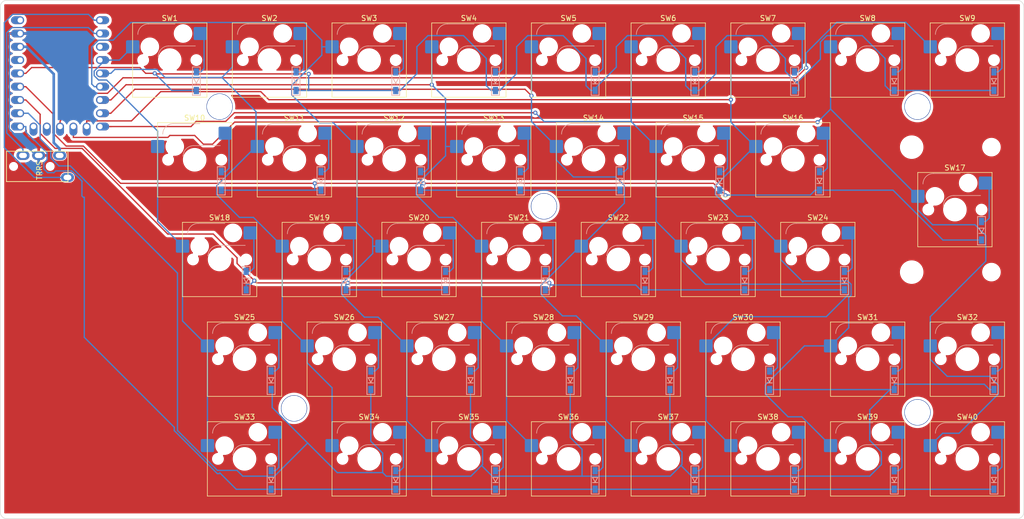
<source format=kicad_pcb>
(kicad_pcb (version 20221018) (generator pcbnew)
  (layers (0 "F.Cu" signal) (31 "B.Cu" signal) (34 "B.Paste" user) (35 "F.Paste" user) (36 "B.SilkS" user "B.Silkscreen") (37 "F.SilkS" user "F.Silkscreen") (38 "B.Mask" user) (39 "F.Mask" user) (44 "Edge.Cuts" user))
  (net 0 "")
  (net 1 "row0")
  (net 2 "Net-(D1-A)")
  (net 3 "Net-(D2-A)")
  (net 4 "Net-(D3-A)")
  (net 5 "Net-(D4-A)")
  (net 6 "Net-(D5-A)")
  (net 7 "Net-(D6-A)")
  (net 8 "Net-(D7-A)")
  (net 9 "Net-(D8-A)")
  (net 10 "Net-(D9-A)")
  (net 11 "row1")
  (net 12 "Net-(D10-A)")
  (net 13 "Net-(D11-A)")
  (net 14 "Net-(D12-A)")
  (net 15 "Net-(D13-A)")
  (net 16 "Net-(D14-A)")
  (net 17 "Net-(D15-A)")
  (net 18 "Net-(D16-A)")
  (net 19 "Net-(D17-A)")
  (net 20 "row2")
  (net 21 "Net-(D18-A)")
  (net 22 "Net-(D19-A)")
  (net 23 "Net-(D20-A)")
  (net 24 "Net-(D21-A)")
  (net 25 "Net-(D22-A)")
  (net 26 "Net-(D23-A)")
  (net 27 "Net-(D24-A)")
  (net 28 "Net-(D25-A)")
  (net 29 "row3")
  (net 30 "Net-(D26-A)")
  (net 31 "Net-(D27-A)")
  (net 32 "Net-(D28-A)")
  (net 33 "Net-(D29-A)")
  (net 34 "Net-(D30-A)")
  (net 35 "Net-(D31-A)")
  (net 36 "Net-(D32-A)")
  (net 37 "row4")
  (net 38 "Net-(D33-A)")
  (net 39 "Net-(D34-A)")
  (net 40 "Net-(D35-A)")
  (net 41 "Net-(D36-A)")
  (net 42 "Net-(D37-A)")
  (net 43 "Net-(D38-A)")
  (net 44 "Net-(D39-A)")
  (net 45 "Net-(D40-A)")
  (net 46 "SDA")
  (net 47 "SCL")
  (net 48 "GND")
  (net 49 "+3.3V")
  (net 50 "col0")
  (net 51 "col1")
  (net 52 "col2")
  (net 53 "col3")
  (net 54 "col4")
  (net 55 "col5")
  (net 56 "col6")
  (net 57 "col7")
  (net 58 "col8")
  (footprint "KeySwitchLib:SW_Hotswap_Kailh_MX_1.00u" (layer "F.Cu") (at 214.63 96.52)
    (fp_text reference "SW24")
    (fp_text value "SW_PUSH")
  )
  (footprint "KeySwitchLib:rp2040-zero-tht" (layer "F.Cu") (at 69.85 60.96)
    (fp_text reference "U1" hide)
    (fp_text value "rp2040-zero" hide)
  )
  (footprint "KeySwitchLib:MJ-4PP-9_1side" (layer "F.Cu") (at 59.46 78.74 90)
    (fp_text reference "J1")
    (fp_text value "TRRS" hide)
  )
  (footprint "KeySwitchLib:SW_Hotswap_Kailh_MX_1.00u" (layer "F.Cu") (at 224.155 115.57)
    (fp_text reference "SW31")
    (fp_text value "SW_PUSH")
  )
  (footprint "KeySwitchLib:HOLE" (layer "F.Cu") (at 233.68 67.31)
    (fp_text reference "Ref5")
    (fp_text value "Val**")
  )
  (footprint "KeySwitchLib:SW_Hotswap_Kailh_MX_1.00u" (layer "F.Cu") (at 147.955 134.62)
    (fp_text reference "SW35")
    (fp_text value "SW_PUSH")
  )
  (footprint "KeySwitchLib:SW_Hotswap_Kailh_MX_1.00u" (layer "F.Cu") (at 186.055 58.42)
    (fp_text reference "SW6")
    (fp_text value "SW_PUSH")
  )
  (footprint "KeySwitchLib:SW_Hotswap_Kailh_MX_1.00u" (layer "F.Cu") (at 205.105 58.42)
    (fp_text reference "SW7")
    (fp_text value "SW_PUSH")
  )
  (footprint "KeySwitchLib:SW_Hotswap_Kailh_MX_1.00u" (layer "F.Cu") (at 124.1425 115.57)
    (fp_text reference "SW26")
    (fp_text value "SW_PUSH")
  )
  (footprint "KeySwitchLib:SW_Hotswap_Kailh_MX_1.00u" (layer "F.Cu") (at 162.2425 115.57)
    (fp_text reference "SW28")
    (fp_text value "SW_PUSH")
  )
  (footprint "KeySwitchLib:SW_Hotswap_Kailh_MX_1.00u" (layer "F.Cu") (at 128.905 58.42)
    (fp_text reference "SW3")
    (fp_text value "SW_PUSH")
  )
  (footprint "KeySwitchLib:SW_Hotswap_Kailh_MX_1.00u" (layer "F.Cu") (at 243.205 58.42)
    (fp_text reference "SW9")
    (fp_text value "SW_PUSH")
  )
  (footprint "KeySwitchLib:HOLE" (layer "F.Cu") (at 162.306 86.36)
    (fp_text reference "Ref3")
    (fp_text value "Val**")
  )
  (footprint "KeySwitchLib:SW_Hotswap_Kailh_MX_1.00u" (layer "F.Cu") (at 100.33 96.52)
    (fp_text reference "SW18")
    (fp_text value "SW_PUSH")
  )
  (footprint "KeySwitchLib:HOLE" (layer "F.Cu") (at 233.68 125.73)
    (fp_text reference "Ref2")
    (fp_text value "Val**")
  )
  (footprint "KeySwitchLib:SW_Hotswap_Kailh_MX_1.00u" (layer "F.Cu") (at 181.2925 115.57)
    (fp_text reference "SW29")
    (fp_text value "SW_PUSH")
  )
  (footprint "KeySwitchLib:SW_Hotswap_Kailh_MX_1.00u" (layer "F.Cu") (at 157.48 96.52)
    (fp_text reference "SW21")
    (fp_text value "SW_PUSH")
  )
  (footprint "KeySwitchLib:SW_Hotswap_Kailh_MX_1.00u" (layer "F.Cu") (at 128.905 134.62)
    (fp_text reference "SW34")
    (fp_text value "SW_PUSH")
  )
  (footprint "KeySwitchLib:SW_Hotswap_Kailh_MX_1.00u" (layer "F.Cu") (at 224.155 58.42)
    (fp_text reference "SW8")
    (fp_text value "SW_PUSH")
  )
  (footprint "KeySwitchLib:SW_Hotswap_Kailh_MX_1.00u" (layer "F.Cu") (at 105.0925 115.57)
    (fp_text reference "SW25")
    (fp_text value "SW_PUSH")
  )
  (footprint "KeySwitchLib:HOLE" (layer "F.Cu") (at 114.554 124.968)
    (fp_text reference "Ref1")
    (fp_text value "Val**")
  )
  (footprint "KeySwitchLib:SW_Hotswap_Kailh_MX_1.00u" (layer "F.Cu") (at 95.5675 77.47)
    (fp_text reference "SW10")
    (fp_text value "SW_PUSH")
  )
  (footprint "KeySwitchLib:HOLE" (layer "F.Cu") (at 100.33 67.31)
    (fp_text reference "Ref4")
    (fp_text value "Val**")
  )
  (footprint "KeySwitchLib:SW_Hotswap_Kailh_MX_1.00u" (layer "F.Cu") (at 138.43 96.52)
    (fp_text reference "SW20")
    (fp_text value "SW_PUSH")
  )
  (footprint "BrownSugar_KBD:Stabilizer_MX_PCB_Mount_2U" (layer "F.Cu") (at 240.8238 86.995 -90)
    (fp_text reference "REF**")
    (fp_text value "Stabilizer")
  )
  (footprint "KeySwitchLib:SW_Hotswap_Kailh_MX_1.00u" (layer "F.Cu") (at 114.6175 77.47)
    (fp_text reference "SW11")
    (fp_text value "SW_PUSH")
  )
  (footprint "KeySwitchLib:SW_Hotswap_Kailh_MX_1.00u" (layer "F.Cu") (at 119.38 96.52)
    (fp_text reference "SW19")
    (fp_text value "SW_PUSH")
  )
  (footprint "KeySwitchLib:SW_Hotswap_Kailh_MX_1.00u" (layer "F.Cu") (at 167.005 134.62)
    (fp_text reference "SW36")
    (fp_text value "SW_PUSH")
  )
  (footprint "KeySwitchLib:SW_Hotswap_Kailh_MX_1.00u" (layer "F.Cu") (at 186.055 134.62)
    (fp_text reference "SW37")
    (fp_text value "SW_PUSH")
  )
  (footprint "KeySwitchLib:SW_Hotswap_Kailh_MX_1.50u" (layer "F.Cu") (at 190.8175 77.47)
    (fp_text reference "SW15")
    (fp_text value "SW_PUSH")
  )
  (footprint "KeySwitchLib:SW_Hotswap_Kailh_MX_1.00u" (layer "F.Cu") (at 200.3425 115.57)
    (fp_text reference "SW30")
    (fp_text value "SW_PUSH")
  )
  (footprint "KeySwitchLib:SW_Hotswap_Kailh_MX_1.00u" (layer "F.Cu") (at 143.1925 115.57)
    (fp_text reference "SW27")
    (fp_text value "SW_PUSH")
  )
  (footprint "KeySwitchLib:SW_Hotswap_Kailh_MX_ISO_Enter" (layer "F.Cu") (at 240.8238 86.995)
    (fp_text reference "SW17")
    (fp_text value "SW_PUSH")
  )
  (footprint "KeySwitchLib:SW_Hotswap_Kailh_MX_1.00u" (layer "F.Cu") (at 243.205 134.62)
    (fp_text reference "SW40")
    (fp_text value "SW_PUSH")
  )
  (footprint "KeySwitchLib:SW_Hotswap_Kailh_MX_1.00u" (layer "F.Cu") (at 243.205 115.57)
    (fp_text reference "SW32")
    (fp_text value "SW_PUSH")
  )
  (footprint "KeySwitchLib:SW_Hotswap_Kailh_MX_1.00u" (layer "F.Cu") (at 167.005 58.42)
    (fp_text reference "SW5")
    (fp_text value "SW_PUSH")
  )
  (footprint "KeySwitchLib:SW_Hotswap_Kailh_MX_1.00u" (layer "F.Cu") (at 176.53 96.52)
    (fp_text reference "SW22")
    (fp_text value "SW_PUSH")
  )
  (footprint "KeySwitchLib:SW_Hotswap_Kailh_MX_1.00u" (layer "F.Cu") (at 205.105 134.62)
    (fp_text reference "SW38")
    (fp_text value "SW_PUSH")
  )
  (footprint "KeySwitchLib:SW_Hotswap_Kailh_MX_1.00u" (layer "F.Cu") (at 195.58 96.52)
    (fp_text reference "SW23")
    (fp_text value "SW_PUSH")
  )
  (footprint "KeySwitchLib:SW_Hotswap_Kailh_MX_1.00u" (layer "F.Cu") (at 152.7175 77.47)
    (fp_text reference "SW13")
    (fp_text value "SW_PUSH")
  )
  (footprint "KeySwitchLib:SW_Hotswap_Kailh_MX_1.00u" (layer "F.Cu") (at 90.805 58.42)
    (fp_text reference "SW1")
    (fp_text value "SW_PUSH")
  )
  (footprint "KeySwitchLib:SW_Hotswap_Kailh_MX_1.00u" (layer "F.Cu") (at 133.6675 77.47)
    (fp_text reference "SW12")
    (fp_text value "SW_PUSH")
  )
  (footprint "KeySwitchLib:SW_Hotswap_Kailh_MX_1.00u" (layer "F.Cu") (at 109.855 58.42)
    (fp_text reference "SW2")
    (fp_text value "SW_PUSH")
  )
  (footprint "KeySwitchLib:SW_Hotswap_Kailh_MX_1.00u" (layer "F.Cu") (at 147.955 58.42)
    (fp_text reference "SW4")
    (fp_text value "SW_PUSH")
  )
  (footprint "KeySwitchLib:SW_Hotswap_Kailh_MX_1.00u" (layer "F.Cu") (at 209.8675 77.47)
    (fp_text reference "SW16")
    (fp_text value "SW_PUSH")
  )
  (footprint "KeySwitchLib:SW_Hotswap_Kailh_MX_1.00u" (layer "F.Cu") (at 171.7675 77.47)
    (fp_text reference "SW14")
    (fp_text value "SW_PUSH")
  )
  (footprint "KeySwitchLib:SW_Hotswap_Kailh_MX_1.00u" (layer "F.Cu") (at 105.0925 134.62)
    (fp_text reference "SW33")
    (fp_text value "SW_PUSH")
  )
  (footprint "KeySwitchLib:SW_Hotswap_Kailh_MX_1.00u" (layer "F.Cu") (at 224.155 134.62)
    (fp_text reference "SW39")
    (fp_text value "SW_PUSH")
  )
  (footprint "KeySwitchLib:D3_SMD_v2" (layer "B.Cu") (at 205.4225 119.6 90)
    (fp_text reference "D30" hide)
    (fp_text value "1N4148" hide)
  )
  (footprint "KeySwitchLib:D3_SMD_v2" (layer "B.Cu") (at 245.9038 91.025 90)
    (fp_text reference "D17" hide)
    (fp_text value "1N4148" hide)
  )
  (footprint "KeySwitchLib:D3_SMD_v2" (layer "B.Cu") (at 167.3225 119.6 90)
    (fp_text reference "D28" hide)
    (fp_text value "1N4148" hide)
  )
  (footprint "KeySwitchLib:D3_SMD_v2" (layer "B.Cu") (at 229.235 138.65 90)
    (fp_text reference "D39" hide)
    (fp_text value "1N4148" hide)
  )
  (footprint "KeySwitchLib:D3_SMD_v2" (layer "B.Cu") (at 181.61 100.55 90)
    (fp_text reference "D22" hide)
    (fp_text value "1N4148" hide)
  )
  (footprint "KeySwitchLib:D3_SMD_v2" (layer "B.Cu") (at 95.885 62.45 90)
    (fp_text reference "D1" hide)
    (fp_text value "1N4148" hide)
  )
  (footprint "KeySwitchLib:D3_SMD_v2" (layer "B.Cu") (at 229.235 62.45 90)
    (fp_text reference "D8" hide)
    (fp_text value "1N4148" hide)
  )
  (footprint "KeySwitchLib:D3_SMD_v2" (layer "B.Cu") (at 148.2725 119.6 90)
    (fp_text reference "D27" hide)
    (fp_text value "1N4148" hide)
  )
  (footprint "KeySwitchLib:D3_SMD_v2" (layer "B.Cu") (at 191.135 138.65 90)
    (fp_text reference "D37" hide)
    (fp_text value "1N4148" hide)
  )
  (footprint "KeySwitchLib:D3_SMD_v2" (layer "B.Cu") (at 172.085 138.65 90)
    (fp_text reference "D36" hide)
    (fp_text value "1N4148" hide)
  )
  (footprint "KeySwitchLib:D3_SMD_v2" (layer "B.Cu") (at 186.3725 119.6 90)
    (fp_text reference "D29" hide)
    (fp_text value "1N4148" hide)
  )
  (footprint "KeySwitchLib:D3_SMD_v2" (layer "B.Cu") (at 100.6475 81.5 90)
    (fp_text reference "D10" hide)
    (fp_text value "1N4148" hide)
  )
  (footprint "KeySwitchLib:D3_SMD_v2" (layer "B.Cu") (at 210.185 138.65 90)
    (fp_text reference "D38" hide)
    (fp_text value "1N4148" hide)
  )
  (footprint "KeySwitchLib:D3_SMD_v2" (layer "B.Cu") (at 133.985 138.65 90)
    (fp_text reference "D34" hide)
    (fp_text value "1N4148" hide)
  )
  (footprint "KeySwitchLib:D3_SMD_v2" (layer "B.Cu") (at 153.035 62.45 90)
    (fp_text reference "D4" hide)
    (fp_text value "1N4148" hide)
  )
  (footprint "KeySwitchLib:D3_SMD_v2" (layer "B.Cu") (at 200.66 100.55 90)
    (fp_text reference "D23" hide)
    (fp_text value "1N4148" hide)
  )
  (footprint "KeySwitchLib:D3_SMD_v2" (layer "B.Cu") (at 133.985 62.45 90)
    (fp_text reference "D3" hide)
    (fp_text value "1N4148" hide)
  )
  (footprint "KeySwitchLib:D3_SMD_v2" (layer "B.Cu") (at 195.8975 81.5 90)
    (fp_text reference "D15" hide)
    (fp_text value "1N4148" hide)
  )
  (footprint "KeySwitchLib:D3_SMD_v2" (layer "B.Cu") (at 114.935 62.45 90)
    (fp_text reference "D2" hide)
    (fp_text value "1N4148" hide)
  )
  (footprint "KeySwitchLib:D3_SMD_v2" (layer "B.Cu") (at 248.285 62.45 90)
    (fp_text reference "D9" hide)
    (fp_text value "1N4148" hide)
  )
  (footprint "KeySwitchLib:D3_SMD_v2" (layer "B.Cu") (at 119.6975 81.5 90)
    (fp_text reference "D11" hide)
    (fp_text value "1N4148" hide)
  )
  (footprint "KeySwitchLib:D3_SMD_v2" (layer "B.Cu") (at 219.71 100.55 90)
    (fp_text reference "D24" hide)
    (fp_text value "1N4148" hide)
  )
  (footprint "KeySwitchLib:D3_SMD_v2" (layer "B.Cu") (at 124.46 100.55 90)
    (fp_text reference "D19" hide)
    (fp_text value "1N4148" hide)
  )
  (footprint "KeySwitchLib:D3_SMD_v2" (layer "B.Cu") (at 105.41 100.55 90)
    (fp_text reference "D18" hide)
    (fp_text value "1N4148" hide)
  )
  (footprint "KeySwitchLib:D3_SMD_v2" (layer "B.Cu") (at 191.135 62.45 90)
    (fp_text reference "D6" hide)
    (fp_text value "1N4148" hide)
  )
  (footprint "KeySwitchLib:D3_SMD_v2" (layer "B.Cu") (at 162.56 100.55 90)
    (fp_text reference "D21" hide)
    (fp_text value "1N4148" hide)
  )
  (footprint "KeySwitchLib:D3_SMD_v2" (layer "B.Cu") (at 229.235 119.6 90)
    (fp_text reference "D31" hide)
    (fp_text value "1N4148" hide)
  )
  (footprint "KeySwitchLib:D3_SMD_v2" (layer "B.Cu") (at 248.285 138.65 90)
    (fp_text reference "D40" hide)
    (fp_text value "1N4148" hide)
  )
  (footprint "KeySwitchLib:D3_SMD_v2" (layer "B.Cu") (at 143.51 100.55 90)
    (fp_text reference "D20" hide)
    (fp_text value "1N4148" hide)
  )
  (footprint "KeySwitchLib:D3_SMD_v2" (layer "B.Cu") (at 210.185 62.45 90)
    (fp_text reference "D7" hide)
    (fp_text value "1N4148" hide)
  )
  (footprint "KeySwitchLib:D3_SMD_v2" (layer "B.Cu") (at 138.7475 81.5 90)
    (fp_text reference "D12" hide)
    (fp_text value "1N4148" hide)
  )
  (footprint "KeySwitchLib:D3_SMD_v2" (layer "B.Cu") (at 129.2225 119.6 90)
    (fp_text reference "D26" hide)
    (fp_text value "1N4148" hide)
  )
  (footprint "KeySwitchLib:D3_SMD_v2" (layer "B.Cu") (at 176.8475 81.5 90)
    (fp_text reference "D14" hide)
    (fp_text value "1N4148" hide)
  )
  (footprint "KeySwitchLib:D3_SMD_v2" (layer "B.Cu") (at 110.1725 119.6 90)
    (fp_text reference "D25" hide)
    (fp_text value "1N4148" hide)
  )
  (footprint "KeySwitchLib:D3_SMD_v2" (layer "B.Cu") (at 157.7975 81.5 90)
    (fp_text reference "D13" hide)
    (fp_text value "1N4148" hide)
  )
  (footprint "KeySwitchLib:D3_SMD_v2" (layer "B.Cu") (at 153.035 138.65 90)
    (fp_text reference "D35" hide)
    (fp_text value "1N4148" hide)
  )
  (footprint "KeySwitchLib:D3_SMD_v2" (layer "B.Cu") (at 110.1725 138.65 90)
    (fp_text reference "D33" hide)
    (fp_text value "1N4148" hide)
  )
  (footprint "KeySwitchLib:D3_SMD_v2" (layer "B.Cu") (at 172.085 62.45 90)
    (fp_text reference "D5" hide)
    (fp_text value "1N4148" hide)
  )
  (footprint "KeySwitchLib:D3_SMD_v2" (layer "B.Cu") (at 248.285 119.6 90)
    (fp_text reference "D32" hide)
    (fp_text value "1N4148" hide)
  )
  (footprint "KeySwitchLib:D3_SMD_v2" (layer "B.Cu") (at 214.9475 81.5 90)
    (fp_text reference "D16" hide)
    (fp_text value "1N4148" hide)
  )
  (gr_line (start 252.73 46.99) (end 59.69 46.99) (stroke (width 0.1)) (layer "Edge.Cuts"))
  (gr_line (start 58.42 144.78) (end 58.42 48.26) (stroke (width 0.1)) (layer "Edge.Cuts"))
  (gr_arc (start 59.69 146.05) (mid 58.791974 145.678026) (end 58.42 144.78) (stroke (width 0.1)) (layer "Edge.Cuts"))
  (gr_arc (start 58.42 48.26) (mid 58.791974 47.361974) (end 59.69 46.99) (stroke (width 0.1)) (layer "Edge.Cuts"))
  (gr_line (start 254 144.78) (end 254 48.26) (stroke (width 0.1)) (layer "Edge.Cuts"))
  (gr_arc (start 252.73 46.99) (mid 253.628026 47.361974) (end 254 48.26) (stroke (width 0.1)) (layer "Edge.Cuts"))
  (gr_line (start 59.69 146.05) (end 252.73 146.05) (stroke (width 0.1)) (layer "Edge.Cuts"))
  (gr_arc (start 254 144.78) (mid 253.628026 145.678026) (end 252.73 146.05) (stroke (width 0.1)) (layer "Edge.Cuts"))
  (segment (start 87.9283 60.9476) (end 86.2018 60.9476) (width 0.25) (layer "F.Cu") (net 1))
  (segment (start 86.2018 60.9476) (end 85.1014 59.8472) (width 0.25) (layer "F.Cu") (net 1))
  (segment (start 87.9283 60.9476) (end 88.0413 61.0606) (width 0.25) (layer "F.Cu") (net 1))
  (segment (start 64.4179 59.8472) (end 63.3051 60.96) (width 0.25) (layer "F.Cu") (net 1))
  (segment (start 85.1014 59.8472) (end 64.4179 59.8472) (width 0.25) (layer "F.Cu") (net 1))
  (segment (start 88.0413 61.0606) (end 117.3463 61.0606) (width 0.25) (layer "F.Cu") (net 1))
  (segment (start 62.23 60.96) (end 63.3051 60.96) (width 0.25) (layer "F.Cu") (net 1))
  (via (at 87.9283 60.9476) (size 0.8) (drill 0.4) (layers "F.Cu" "B.Cu") (net 1))
  (via (at 117.3463 61.0606) (size 0.8) (drill 0.4) (layers "F.Cu" "B.Cu") (net 1))
  (segment (start 191.135 64.225) (end 191.9601 64.225) (width 0.25) (layer "B.Cu") (net 1))
  (segment (start 176.1267 59.7708) (end 176.1267 55.8633) (width 0.25) (layer "B.Cu") (net 1))
  (segment (start 114.935 64.225) (end 117.3463 64.225) (width 0.25) (layer "B.Cu") (net 1))
  (segment (start 138.0267 61.0084) (end 138.0267 55.8633) (width 0.25) (layer "B.Cu") (net 1))
  (segment (start 208.4405 58.1136) (end 208.4405 60.5924) (width 0.25) (layer "B.Cu") (net 1))
  (segment (start 185.0196 53.7427) (end 189.3905 58.1136) (width 0.25) (layer "B.Cu") (net 1))
  (segment (start 195.1767 55.8633) (end 197.2973 53.7427) (width 0.25) (layer "B.Cu") (net 1))
  (segment (start 152.6225 64.225) (end 152.2099 64.225) (width 0.25) (layer "B.Cu") (net 1))
  (segment (start 211.0101 63.162) (end 211.0101 64.225) (width 0.25) (layer "B.Cu") (net 1))
  (segment (start 210.6136 62.7654) (end 211.0101 63.162) (width 0.25) (layer "B.Cu") (net 1))
  (segment (start 91.2057 64.225) (end 95.885 64.225) (width 0.25) (layer "B.Cu") (net 1))
  (segment (start 227.4905 58.1136) (end 227.4905 63.3056) (width 0.25) (layer "B.Cu") (net 1))
  (segment (start 190.7225 64.225) (end 190.3099 64.225) (width 0.25) (layer "B.Cu") (net 1))
  (segment (start 195.1767 61.0084) (end 195.1767 55.8633) (width 0.25) (layer "B.Cu") (net 1))
  (segment (start 152.6225 64.225) (end 153.035 64.225) (width 0.25) (layer "B.Cu") (net 1))
  (segment (start 189.3905 63.3056) (end 190.3099 64.225) (width 0.25) (layer "B.Cu") (net 1))
  (segment (start 165.9696 53.7427) (end 170.3405 58.1136) (width 0.25) (layer "B.Cu") (net 1))
  (segment (start 134.8101 64.225) (end 138.0267 61.0084) (width 0.25) (layer "B.Cu") (net 1))
  (segment (start 191.9601 64.225) (end 195.1767 61.0084) (width 0.25) (layer "B.Cu") (net 1))
  (segment (start 117.3463 64.225) (end 133.985 64.225) (width 0.25) (layer "B.Cu") (net 1))
  (segment (start 170.3405 63.3056) (end 171.2599 64.225) (width 0.25) (layer "B.Cu") (net 1))
  (segment (start 153.8601 64.225) (end 157.0767 61.0084) (width 0.25) (layer "B.Cu") (net 1))
  (segment (start 140.1473 53.7427) (end 146.9196 53.7427) (width 0.25) (layer "B.Cu") (net 1))
  (segment (start 229.235 64.225) (end 228.4099 64.225) (width 0.25) (layer "B.Cu") (net 1))
  (segment (start 210.185 64.225) (end 211.0101 64.225) (width 0.25) (layer "B.Cu") (net 1))
  (segment (start 215.1269 58.2521) (end 215.1269 54.9631) (width 0.25) (layer "B.Cu") (net 1))
  (segment (start 87.9283 60.9476) (end 91.2057 64.225) (width 0.25) (layer "B.Cu") (net 1))
  (segment (start 171.6725 64.225) (end 171.2599 64.225) (width 0.25) (layer "B.Cu") (net 1))
  (segment (start 172.085 64.225) (end 171.6725 64.225) (width 0.25) (layer "B.Cu") (net 1))
  (segment (start 157.0767 61.0084) (end 157.0767 55.8633) (width 0.25) (layer "B.Cu") (net 1))
  (segment (start 178.2473 53.7427) (end 185.0196 53.7427) (width 0.25) (layer "B.Cu") (net 1))
  (segment (start 189.3905 58.1136) (end 189.3905 63.3056) (width 0.25) (layer "B.Cu") (net 1))
  (segment (start 157.0767 55.8633) (end 159.1973 53.7427) (width 0.25) (layer "B.Cu") (net 1))
  (segment (start 171.6725 64.225) (end 176.1267 59.7708) (width 0.25) (layer "B.Cu") (net 1))
  (segment (start 190.7225 64.225) (end 191.135 64.225) (width 0.25) (layer "B.Cu") (net 1))
  (segment (start 197.2973 53.7427) (end 204.0696 53.7427) (width 0.25) (layer "B.Cu") (net 1))
  (segment (start 159.1973 53.7427) (end 165.9696 53.7427) (width 0.25) (layer "B.Cu") (net 1))
  (segment (start 215.1269 54.9631) (end 216.3473 53.7427) (width 0.25) (layer "B.Cu") (net 1))
  (segment (start 204.0696 53.7427) (end 208.4405 58.1136) (width 0.25) (layer "B.Cu") (net 1))
  (segment (start 227.4905 63.3056) (end 228.4099 64.225) (width 0.25) (layer "B.Cu") (net 1))
  (segment (start 146.9196 53.7427) (end 151.2905 58.1136) (width 0.25) (layer "B.Cu") (net 1))
  (segment (start 151.2905 58.1136) (end 151.2905 63.3056) (width 0.25) (layer "B.Cu") (net 1))
  (segment (start 223.1196 53.7427) (end 227.4905 58.1136) (width 0.25) (layer "B.Cu") (net 1))
  (segment (start 138.0267 55.8633) (end 140.1473 53.7427) (width 0.25) (layer "B.Cu") (net 1))
  (segment (start 210.6136 62.7654) (end 215.1269 58.2521) (width 0.25) (layer "B.Cu") (net 1))
  (segment (start 229.235 64.225) (end 248.285 64.225) (width 0.25) (layer "B.Cu") (net 1))
  (segment (start 151.2905 63.3056) (end 152.2099 64.225) (width 0.25) (layer "B.Cu") (net 1))
  (segment (start 170.3405 58.1136) (end 170.3405 63.3056) (width 0.25) (layer "B.Cu") (net 1))
  (segment (start 153.035 64.225) (end 153.8601 64.225) (width 0.25) (layer "B.Cu") (net 1))
  (segment (start 216.3473 53.7427) (end 223.1196 53.7427) (width 0.25) (layer "B.Cu") (net 1))
  (segment (start 208.4405 60.5924) (end 210.6136 62.7654) (width 0.25) (layer "B.Cu") (net 1))
  (segment (start 117.3463 64.225) (end 117.3463 61.0606) (width 0.25) (layer "B.Cu") (net 1))
  (segment (start 133.985 64.225) (end 134.8101 64.225) (width 0.25) (layer "B.Cu") (net 1))
  (segment (start 176.1267 55.8633) (end 178.2473 53.7427) (width 0.25) (layer "B.Cu") (net 1))
  (segment (start 97.3556 54.0486) (end 96.647 53.34) (width 0.25) (layer "B.Cu") (net 2))
  (segment (start 95.885 60.675) (end 96.7101 60.675) (width 0.25) (layer "B.Cu") (net 2))
  (segment (start 96.7101 60.675) (end 97.3556 60.0295) (width 0.25) (layer "B.Cu") (net 2))
  (segment (start 97.3556 60.0295) (end 97.3556 54.0486) (width 0.25) (layer "B.Cu") (net 2))
  (segment (start 116.4056 60.0295) (end 116.4056 54.0486) (width 0.25) (layer "B.Cu") (net 3))
  (segment (start 114.935 60.675) (end 115.7601 60.675) (width 0.25) (layer "B.Cu") (net 3))
  (segment (start 116.4056 54.0486) (end 115.697 53.34) (width 0.25) (layer "B.Cu") (net 3))
  (segment (start 115.7601 60.675) (end 116.4056 60.0295) (width 0.25) (layer "B.Cu") (net 3))
  (segment (start 133.985 60.675) (end 134.8101 60.675) (width 0.25) (layer "B.Cu") (net 4))
  (segment (start 135.447 60.0381) (end 135.447 54.04) (width 0.25) (layer "B.Cu") (net 4))
  (segment (start 135.447 54.04) (end 134.747 53.34) (width 0.25) (layer "B.Cu") (net 4))
  (segment (start 134.8101 60.675) (end 135.447 60.0381) (width 0.25) (layer "B.Cu") (net 4))
  (segment (start 153.8601 60.675) (end 154.497 60.0381) (width 0.25) (layer "B.Cu") (net 5))
  (segment (start 154.497 54.04) (end 153.797 53.34) (width 0.25) (layer "B.Cu") (net 5))
  (segment (start 154.497 60.0381) (end 154.497 54.04) (width 0.25) (layer "B.Cu") (net 5))
  (segment (start 153.035 60.675) (end 153.8601 60.675) (width 0.25) (layer "B.Cu") (net 5))
  (segment (start 173.547 54.04) (end 172.847 53.34) (width 0.25) (layer "B.Cu") (net 6))
  (segment (start 172.085 60.675) (end 172.9101 60.675) (width 0.25) (layer "B.Cu") (net 6))
  (segment (start 173.547 60.0381) (end 173.547 54.04) (width 0.25) (layer "B.Cu") (net 6))
  (segment (start 172.9101 60.675) (end 173.547 60.0381) (width 0.25) (layer "B.Cu") (net 6))
  (segment (start 191.9601 60.675) (end 192.597 60.0381) (width 0.25) (layer "B.Cu") (net 7))
  (segment (start 192.597 60.0381) (end 192.597 54.04) (width 0.25) (layer "B.Cu") (net 7))
  (segment (start 192.597 54.04) (end 191.897 53.34) (width 0.25) (layer "B.Cu") (net 7))
  (segment (start 191.135 60.675) (end 191.9601 60.675) (width 0.25) (layer "B.Cu") (net 7))
  (segment (start 210.185 60.675) (end 211.0101 60.675) (width 0.25) (layer "B.Cu") (net 8))
  (segment (start 211.0101 60.675) (end 211.6556 60.0295) (width 0.25) (layer "B.Cu") (net 8))
  (segment (start 211.6556 60.0295) (end 211.6556 54.0486) (width 0.25) (layer "B.Cu") (net 8))
  (segment (start 211.6556 54.0486) (end 210.947 53.34) (width 0.25) (layer "B.Cu") (net 8))
  (segment (start 229.235 60.675) (end 230.0601 60.675) (width 0.25) (layer "B.Cu") (net 9))
  (segment (start 230.7056 54.0486) (end 229.997 53.34) (width 0.25) (layer "B.Cu") (net 9))
  (segment (start 230.7056 60.0295) (end 230.7056 54.0486) (width 0.25) (layer "B.Cu") (net 9))
  (segment (start 230.0601 60.675) (end 230.7056 60.0295) (width 0.25) (layer "B.Cu") (net 9))
  (segment (start 248.285 60.675) (end 249.1101 60.675) (width 0.25) (layer "B.Cu") (net 10))
  (segment (start 249.8068 54.0998) (end 249.047 53.34) (width 0.25) (layer "B.Cu") (net 10))
  (segment (start 249.1101 60.675) (end 249.8068 59.9783) (width 0.25) (layer "B.Cu") (net 10))
  (segment (start 249.8068 59.9783) (end 249.8068 54.0998) (width 0.25) (layer "B.Cu") (net 10))
  (segment (start 74.2919 74.8487) (end 71.0032 74.8487) (width 0.25) (layer "F.Cu") (net 11))
  (segment (start 194.7031 81.9729) (end 196.9799 84.2497) (width 0.25) (layer "F.Cu") (net 11))
  (segment (start 68.4844 68.6793) (end 63.3051 63.5) (width 0.25) (layer "F.Cu") (net 11))
  (segment (start 81.4161 81.9729) (end 74.2919 74.8487) (width 0.25) (layer "F.Cu") (net 11))
  (segment (start 118.5086 81.9729) (end 81.4161 81.9729) (width 0.25) (layer "F.Cu") (net 11))
  (segment (start 139.299 81.9729) (end 194.7031 81.9729) (width 0.25) (layer "F.Cu") (net 11))
  (segment (start 62.23 63.5) (end 63.3051 63.5) (width 0.25) (layer "F.Cu") (net 11))
  (segment (start 68.4844 72.3299) (end 68.4844 68.6793) (width 0.25) (layer "F.Cu") (net 11))
  (segment (start 71.0032 74.8487) (end 68.4844 72.3299) (width 0.25) (layer "F.Cu") (net 11))
  (segment (start 118.5086 81.9729) (end 139.299 81.9729) (width 0.25) (layer "F.Cu") (net 11))
  (via (at 139.299 81.9729) (size 0.8) (drill 0.4) (layers "F.Cu" "B.Cu") (net 11))
  (via (at 196.9799 84.2497) (size 0.8) (drill 0.4) (layers "F.Cu" "B.Cu") (net 11))
  (via (at 118.5086 81.9729) (size 0.8) (drill 0.4) (layers "F.Cu" "B.Cu") (net 11))
  (segment (start 118.5086 83.275) (end 119.6975 83.275) (width 0.25) (layer "B.Cu") (net 11))
  (segment (start 196.7226 83.275) (end 196.7226 83.9505) (width 0.25) (layer "B.Cu") (net 11))
  (segment (start 196.7226 83.9505) (end 196.9799 84.2078) (width 0.25) (layer "B.Cu") (net 11))
  (segment (start 100.6475 83.275) (end 118.5086 83.275) (width 0.25) (layer "B.Cu") (net 11))
  (segment (start 138.7475 83.275) (end 157.7975 83.275) (width 0.25) (layer "B.Cu") (net 11))
  (segment (start 196.9799 84.2078) (end 196.9799 84.2497) (width 0.25) (layer "B.Cu") (net 11))
  (segment (start 214.9475 83.275) (end 214.1224 83.275) (width 0.25) (layer "B.Cu") (net 11))
  (segment (start 196.9799 84.2078) (end 213.1896 84.2078) (width 0.25) (layer "B.Cu") (net 11))
  (segment (start 214.9475 83.275) (end 229.0037 83.275) (width 0.25) (layer "B.Cu") (net 11))
  (segment (start 176.435 83.275) (end 176.0224 83.275) (width 0.25) (layer "B.Cu") (net 11))
  (segment (start 139.022 82.2499) (end 139.299 81.9729) (width 0.25) (layer "B.Cu") (net 11))
  (segment (start 213.1896 84.2078) (end 214.1224 83.275) (width 0.25) (layer "B.Cu") (net 11))
  (segment (start 118.5086 83.275) (end 118.5086 81.9729) (width 0.25) (layer "B.Cu") (net 11))
  (segment (start 229.0037 83.275) (end 238.5287 92.8) (width 0.25) (layer "B.Cu") (net 11))
  (segment (start 157.7975 83.275) (end 176.0224 83.275) (width 0.25) (layer "B.Cu") (net 11))
  (segment (start 176.435 83.275) (end 176.8475 83.275) (width 0.25) (layer "B.Cu") (net 11))
  (segment (start 138.7475 82.2499) (end 139.022 82.2499) (width 0.25) (layer "B.Cu") (net 11))
  (segment (start 138.7475 83.275) (end 138.7475 82.2499) (width 0.25) (layer "B.Cu") (net 11))
  (segment (start 195.8975 83.275) (end 196.7226 83.275) (width 0.25) (layer "B.Cu") (net 11))
  (segment (start 238.5287 92.8) (end 245.9038 92.8) (width 0.25) (layer "B.Cu") (net 11))
  (segment (start 101.4095 72.39) (end 102.1181 73.0986) (width 0.25) (layer "B.Cu") (net 12))
  (segment (start 100.6475 79.725) (end 101.4726 79.725) (width 0.25) (layer "B.Cu") (net 12))
  (segment (start 102.1181 79.0795) (end 101.4726 79.725) (width 0.25) (layer "B.Cu") (net 12))
  (segment (start 102.1181 73.0986) (end 102.1181 79.0795) (width 0.25) (layer "B.Cu") (net 12))
  (segment (start 120.5226 79.725) (end 121.1681 79.0795) (width 0.25) (layer "B.Cu") (net 13))
  (segment (start 119.6975 79.725) (end 120.5226 79.725) (width 0.25) (layer "B.Cu") (net 13))
  (segment (start 121.1681 73.0986) (end 120.4595 72.39) (width 0.25) (layer "B.Cu") (net 13))
  (segment (start 121.1681 79.0795) (end 121.1681 73.0986) (width 0.25) (layer "B.Cu") (net 13))
  (segment (start 140.2181 73.0986) (end 139.5095 72.39) (width 0.25) (layer "B.Cu") (net 14))
  (segment (start 139.5726 79.725) (end 140.2181 79.0795) (width 0.25) (layer "B.Cu") (net 14))
  (segment (start 138.7475 79.725) (end 139.5726 79.725) (width 0.25) (layer "B.Cu") (net 14))
  (segment (start 140.2181 79.0795) (end 140.2181 73.0986) (width 0.25) (layer "B.Cu") (net 14))
  (segment (start 158.6226 79.725) (end 159.2681 79.0795) (width 0.25) (layer "B.Cu") (net 15))
  (segment (start 159.2681 73.0986) (end 158.5595 72.39) (width 0.25) (layer "B.Cu") (net 15))
  (segment (start 159.2681 79.0795) (end 159.2681 73.0986) (width 0.25) (layer "B.Cu") (net 15))
  (segment (start 157.7975 79.725) (end 158.6226 79.725) (width 0.25) (layer "B.Cu") (net 15))
  (segment (start 176.8475 79.725) (end 177.6726 79.725) (width 0.25) (layer "B.Cu") (net 16))
  (segment (start 177.6095 72.39) (end 178.2985 73.079) (width 0.25) (layer "B.Cu") (net 16))
  (segment (start 178.2985 79.0991) (end 177.6726 79.725) (width 0.25) (layer "B.Cu") (net 16))
  (segment (start 178.2985 73.079) (end 178.2985 79.0991) (width 0.25) (layer "B.Cu") (net 16))
  (segment (start 197.3681 79.0795) (end 197.3681 73.0986) (width 0.25) (layer "B.Cu") (net 17))
  (segment (start 197.3681 73.0986) (end 196.6595 72.39) (width 0.25) (layer "B.Cu") (net 17))
  (segment (start 195.8975 79.725) (end 196.7226 79.725) (width 0.25) (layer "B.Cu") (net 17))
  (segment (start 196.7226 79.725) (end 197.3681 79.0795) (width 0.25) (layer "B.Cu") (net 17))
  (segment (start 215.7726 79.725) (end 216.4536 79.044) (width 0.25) (layer "B.Cu") (net 18))
  (segment (start 216.4536 73.1341) (end 215.7095 72.39) (width 0.25) (layer "B.Cu") (net 18))
  (segment (start 214.9475 79.725) (end 215.7726 79.725) (width 0.25) (layer "B.Cu") (net 18))
  (segment (start 216.4536 79.044) (end 216.4536 73.1341) (width 0.25) (layer "B.Cu") (net 18))
  (segment (start 247.3677 82.6169) (end 246.6658 81.915) (width 0.25) (layer "B.Cu") (net 19))
  (segment (start 246.7289 89.25) (end 247.3677 88.6112) (width 0.25) (layer "B.Cu") (net 19))
  (segment (start 247.3677 88.6112) (end 247.3677 82.6169) (width 0.25) (layer "B.Cu") (net 19))
  (segment (start 245.9038 89.25) (end 246.7289 89.25) (width 0.25) (layer "B.Cu") (net 19))
  (segment (start 106.9587 100.5701) (end 107.378 100.9894) (width 0.25) (layer "F.Cu") (net 20))
  (segment (start 103.6656 96.1958) (end 99.126 91.6562) (width 0.25) (layer "F.Cu") (net 20))
  (segment (start 103.6656 97.277) (end 103.6656 96.1958) (width 0.25) (layer "F.Cu") (net 20))
  (segment (start 66.04 68.7749) (end 63.3051 66.04) (width 0.25) (layer "F.Cu") (net 20))
  (segment (start 107.378 100.9894) (end 124.821 100.9894) (width 0.25) (layer "F.Cu") (net 20))
  (segment (start 99.126 91.6562) (end 90.4163 91.6562) (width 0.25) (layer "F.Cu") (net 20))
  (segment (start 90.4163 91.6562) (end 74.059 75.2989) (width 0.25) (layer "F.Cu") (net 20))
  (segment (start 106.9587 100.5701) (end 103.6656 97.277) (width 0.25) (layer "F.Cu") (net 20))
  (segment (start 62.23 66.04) (end 63.3051 66.04) (width 0.25) (layer "F.Cu") (net 20))
  (segment (start 68.9241 75.2989) (end 66.04 72.4148) (width 0.25) (layer "F.Cu") (net 20))
  (segment (start 66.04 72.4148) (end 66.04 68.7749) (width 0.25) (layer "F.Cu") (net 20))
  (segment (start 74.059 75.2989) (end 68.9241 75.2989) (width 0.25) (layer "F.Cu") (net 20))
  (segment (start 124.821 100.9894) (end 163.3212 100.9894) (width 0.25) (layer "F.Cu") (net 20))
  (via (at 124.821 100.9894) (size 0.8) (drill 0.4) (layers "F.Cu" "B.Cu") (net 20))
  (via (at 106.9587 100.5701) (size 0.8) (drill 0.4) (layers "F.Cu" "B.Cu") (net 20))
  (via (at 163.3212 100.9894) (size 0.8) (drill 0.4) (layers "F.Cu" "B.Cu") (net 20))
  (segment (start 124.46 102.325) (end 124.46 101.2999) (width 0.25) (layer "B.Cu") (net 20))
  (segment (start 124.46 102.325) (end 143.51 102.325) (width 0.25) (layer "B.Cu") (net 20))
  (segment (start 124.5105 101.2999) (end 124.46 101.2999) (width 0.25) (layer "B.Cu") (net 20))
  (segment (start 179.8481 101.3882) (end 180.7849 102.325) (width 0.25) (layer "B.Cu") (net 20))
  (segment (start 124.821 100.9894) (end 124.5105 101.2999) (width 0.25) (layer "B.Cu") (net 20))
  (segment (start 200.66 102.325) (end 219.71 102.325) (width 0.25) (layer "B.Cu") (net 20))
  (segment (start 105.41 102.325) (end 105.41 101.2999) (width 0.25) (layer "B.Cu") (net 20))
  (segment (start 105.41 101.2999) (end 106.2289 101.2999) (width 0.25) (layer "B.Cu") (net 20))
  (segment (start 163.4968 101.3882) (end 163.4968 101.165) (width 0.25) (layer "B.Cu") (net 20))
  (segment (start 106.2289 101.2999) (end 106.9587 100.5701) (width 0.25) (layer "B.Cu") (net 20))
  (segment (start 162.56 102.325) (end 163.3851 102.325) (width 0.25) (layer "B.Cu") (net 20))
  (segment (start 163.4968 101.165) (end 163.3212 100.9894) (width 0.25) (layer "B.Cu") (net 20))
  (segment (start 163.3851 101.4999) (end 163.4968 101.3882) (width 0.25) (layer "B.Cu") (net 20))
  (segment (start 163.3851 102.325) (end 163.3851 101.4999) (width 0.25) (layer "B.Cu") (net 20))
  (segment (start 181.61 102.325) (end 180.7849 102.325) (width 0.25) (layer "B.Cu") (net 20))
  (segment (start 181.61 102.325) (end 200.66 102.325) (width 0.25) (layer "B.Cu") (net 20))
  (segment (start 163.4968 101.3882) (end 179.8481 101.3882) (width 0.25) (layer "B.Cu") (net 20))
  (segment (start 106.8806 98.1295) (end 106.8806 92.1486) (width 0.25) (layer "B.Cu") (net 21))
  (segment (start 105.41 98.775) (end 106.2351 98.775) (width 0.25) (layer "B.Cu") (net 21))
  (segment (start 106.8806 92.1486) (end 106.172 91.44) (width 0.25) (layer "B.Cu") (net 21))
  (segment (start 106.2351 98.775) (end 106.8806 98.1295) (width 0.25) (layer "B.Cu") (net 21))
  (segment (start 125.2851 98.775) (end 125.9229 98.1372) (width 0.25) (layer "B.Cu") (net 22))
  (segment (start 124.46 98.775) (end 125.2851 98.775) (width 0.25) (layer "B.Cu") (net 22))
  (segment (start 125.9229 98.1372) (end 125.9229 92.1409) (width 0.25) (layer "B.Cu") (net 22))
  (segment (start 125.9229 92.1409) (end 125.222 91.44) (width 0.25) (layer "B.Cu") (net 22))
  (segment (start 144.3351 98.775) (end 144.9806 98.1295) (width 0.25) (layer "B.Cu") (net 23))
  (segment (start 144.9806 92.1486) (end 144.272 91.44) (width 0.25) (layer "B.Cu") (net 23))
  (segment (start 143.51 98.775) (end 144.3351 98.775) (width 0.25) (layer "B.Cu") (net 23))
  (segment (start 144.9806 98.1295) (end 144.9806 92.1486) (width 0.25) (layer "B.Cu") (net 23))
  (segment (start 163.322 91.44) (end 164.011 92.129) (width 0.25) (layer "B.Cu") (net 24))
  (segment (start 164.011 92.129) (end 164.011 98.1491) (width 0.25) (layer "B.Cu") (net 24))
  (segment (start 164.011 98.1491) (end 163.3851 98.775) (width 0.25) (layer "B.Cu") (net 24))
  (segment (start 162.56 98.775) (end 163.3851 98.775) (width 0.25) (layer "B.Cu") (net 24))
  (segment (start 183.0806 98.1295) (end 183.0806 92.1486) (width 0.25) (layer "B.Cu") (net 25))
  (segment (start 181.61 98.775) (end 182.4351 98.775) (width 0.25) (layer "B.Cu") (net 25))
  (segment (start 183.0806 92.1486) (end 182.372 91.44) (width 0.25) (layer "B.Cu") (net 25))
  (segment (start 182.4351 98.775) (end 183.0806 98.1295) (width 0.25) (layer "B.Cu") (net 25))
  (segment (start 202.1306 98.1295) (end 202.1306 92.1486) (width 0.25) (layer "B.Cu") (net 26))
  (segment (start 200.66 98.775) (end 201.4851 98.775) (width 0.25) (layer "B.Cu") (net 26))
  (segment (start 202.1306 92.1486) (end 201.422 91.44) (width 0.25) (layer "B.Cu") (net 26))
  (segment (start 201.4851 98.775) (end 202.1306 98.1295) (width 0.25) (layer "B.Cu") (net 26))
  (segment (start 220.5351 98.775) (end 221.18 98.1301) (width 0.25) (layer "B.Cu") (net 27))
  (segment (start 221.18 92.148) (end 220.472 91.44) (width 0.25) (layer "B.Cu") (net 27))
  (segment (start 221.18 98.1301) (end 221.18 92.148) (width 0.25) (layer "B.Cu") (net 27))
  (segment (start 219.71 98.775) (end 220.5351 98.775) (width 0.25) (layer "B.Cu") (net 27))
  (segment (start 111.6431 111.1986) (end 110.9345 110.49) (width 0.25) (layer "B.Cu") (net 28))
  (segment (start 110.9976 117.825) (end 111.6431 117.1795) (width 0.25) (layer "B.Cu") (net 28))
  (segment (start 111.6431 117.1795) (end 111.6431 111.1986) (width 0.25) (layer "B.Cu") (net 28))
  (segment (start 110.1725 117.825) (end 110.9976 117.825) (width 0.25) (layer "B.Cu") (net 28))
  (segment (start 150.5813 135.6885) (end 150.5813 132.8248) (width 0.25) (layer "B.Cu") (net 29))
  (segment (start 224.5489 125.236) (end 228.4099 121.375) (width 0.25) (layer "B.Cu") (net 29))
  (segment (start 205.4225 121.375) (end 228.4099 121.375) (width 0.25) (layer "B.Cu") (net 29))
  (segment (start 92.2794 99.1073) (end 71.8158 78.6437) (width 0.25) (layer "B.Cu") (net 29))
  (segment (start 110.3788 121.375) (end 110.3788 124.8105) (width 0.25) (layer "B.Cu") (net 29))
  (segment (start 92.2794 129.1942) (end 92.2794 99.1073) (width 0.25) (layer "B.Cu") (net 29))
  (segment (start 66.04 73.4997) (end 66.04 70.8509) (width 0.25) (layer "B.Cu") (net 29))
  (segment (start 150.3832 135.8866) (end 152.4128 137.9163) (width 0.25) (layer "B.Cu") (net 29))
  (segment (start 188.6813 135.6885) (end 188.6813 133.3022) (width 0.25) (layer "B.Cu") (net 29))
  (segment (start 71.8158 78.6437) (end 69.6137 78.6437) (width 0.25) (layer "B.Cu") (net 29))
  (segment (start 148.3406 137.9292) (end 132.1743 137.9292) (width 0.25) (layer "B.Cu") (net 29))
  (segment (start 131.4853 133.5197) (end 129.2225 131.2569) (width 0.25) (layer "B.Cu") (net 29))
  (segment (start 131.4853 137.2402) (end 131.4853 133.5197) (width 0.25) (layer "B.Cu") (net 29))
  (segment (start 186.4535 137.9163) (end 188.4838 135.886) (width 0.25) (layer "B.Cu") (net 29))
  (segment (start 229.235 120.3499) (end 246.4348 120.3499) (width 0.25) (layer "B.Cu") (net 29))
  (segment (start 229.235 121.375) (end 228.4099 121.375) (width 0.25) (layer "B.Cu") (net 29))
  (segment (start 117.1525 131.5842) (end 110.8204 137.9163) (width 0.25) (layer "B.Cu") (net 29))
  (segment (start 122.8085 137.2402) (end 131.4853 137.2402) (width 0.25) (layer "B.Cu") (net 29))
  (segment (start 66.04 70.8509) (end 63.7691 68.58) (width 0.25) (layer "B.Cu") (net 29))
  (segment (start 110.8204 137.9163) (end 104.7471 137.9163) (width 0.25) (layer "B.Cu") (net 29))
  (segment (start 167.3225 130.516) (end 167.3225 121.375) (width 0.25) (layer "B.Cu") (net 29))
  (segment (start 103.6478 136.817) (end 99.9022 136.817) (width 0.25) (layer "B.Cu") (net 29))
  (segment (start 150.5813 132.8248) (end 148.2725 130.516) (width 0.25) (layer "B.Cu") (net 29))
  (segment (start 129.2225 131.2569) (end 129.2225 121.375) (width 0.25) (layer "B.Cu") (net 29))
  (segment (start 110.3788 124.8105) (end 117.1525 131.5842) (width 0.25) (layer "B.Cu") (net 29))
  (segment (start 132.1743 137.9292) (end 131.4853 137.2402) (width 0.25) (layer "B.Cu") (net 29))
  (segment (start 152.4128 137.9163) (end 169.5853 137.9163) (width 0.25) (layer "B.Cu") (net 29))
  (segment (start 224.5584 137.9114) (end 226.7813 135.6885) (width 0.25) (layer "B.Cu") (net 29))
  (segment (start 246.4348 120.3499) (end 247.4599 121.375) (width 0.25) (layer "B.Cu") (net 29))
  (segment (start 169.5853 137.9163) (end 169.5853 132.7788) (width 0.25) (layer "B.Cu") (net 29))
  (segment (start 224.5489 131.0698) (end 224.5489 125.236) (width 0.25) (layer "B.Cu") (net 29))
  (segment (start 188.4838 135.886) (end 190.5091 137.9114) (width 0.25) (layer "B.Cu") (net 29))
  (segment (start 226.7813 133.3022) (end 224.5489 131.0698) (width 0.25) (layer "B.Cu") (net 29))
  (segment (start 69.6137 78.6437) (end 68.0655 77.0955) (width 0.25) (layer "B.Cu") (net 29))
  (segment (start 229.235 121.375) (end 229.235 120.3499) (width 0.25) (layer "B.Cu") (net 29))
  (segment (start 150.3832 135.8866) (end 148.3406 137.9292) (width 0.25) (layer "B.Cu") (net 29))
  (segment (start 99.9022 136.817) (end 92.2794 129.1942) (width 0.25) (layer "B.Cu") (net 29))
  (segment (start 110.1725 121.375) (end 110.3788 121.375) (width 0.25) (layer "B.Cu") (net 29))
  (segment (start 188.4838 135.886) (end 188.6813 135.6885) (width 0.25) (layer "B.Cu") (net 29))
  (segment (start 68.0655 75.5252) (end 66.04 73.4997) (width 0.25) (layer "B.Cu") (net 29))
  (segment (start 150.3832 135.8866) (end 150.5813 135.6885) (width 0.25) (layer "B.Cu") (net 29))
  (segment (start 169.5853 137.9163) (end 186.4535 137.9163) (width 0.25) (layer "B.Cu") (net 29))
  (segment (start 63.7691 68.58) (end 62.23 68.58) (width 0.25) (layer "B.Cu") (net 29))
  (segment (start 188.6813 133.3022) (end 186.3725 130.9934) (width 0.25) (layer "B.Cu") (net 29))
  (segment (start 248.285 121.375) (end 247.4599 121.375) (width 0.25) (layer "B.Cu") (net 29))
  (segment (start 169.5853 132.7788) (end 167.3225 130.516) (width 0.25) (layer "B.Cu") (net 29))
  (segment (start 190.5091 137.9114) (end 224.5584 137.9114) (width 0.25) (layer "B.Cu") (net 29))
  (segment (start 226.7813 135.6885) (end 226.7813 133.3022) (width 0.25) (layer "B.Cu") (net 29))
  (segment (start 68.0655 77.0955) (end 68.0655 75.5252) (width 0.25) (layer "B.Cu") (net 29))
  (segment (start 186.3725 130.9934) (end 186.3725 121.375) (width 0.25) (layer "B.Cu") (net 29))
  (segment (start 117.1525 131.5842) (end 122.8085 137.2402) (width 0.25) (layer "B.Cu") (net 29))
  (segment (start 148.2725 130.516) (end 148.2725 121.375) (width 0.25) (layer "B.Cu") (net 29))
  (segment (start 104.7471 137.9163) (end 103.6478 136.817) (width 0.25) (layer "B.Cu") (net 29))
  (segment (start 130.6817 111.1872) (end 129.9845 110.49) (width 0.25) (layer "B.Cu") (net 30))
  (segment (start 129.2225 117.825) (end 130.0476 117.825) (width 0.25) (layer "B.Cu") (net 30))
  (segment (start 130.6817 117.1909) (end 130.6817 111.1872) (width 0.25) (layer "B.Cu") (net 30))
  (segment (start 130.0476 117.825) (end 130.6817 117.1909) (width 0.25) (layer "B.Cu") (net 30))
  (segment (start 149.7425 111.198) (end 149.0345 110.49) (width 0.25) (layer "B.Cu") (net 31))
  (segment (start 149.7425 117.1801) (end 149.7425 111.198) (width 0.25) (layer "B.Cu") (net 31))
  (segment (start 148.2725 117.825) (end 149.0976 117.825) (width 0.25) (layer "B.Cu") (net 31))
  (segment (start 149.0976 117.825) (end 149.7425 117.1801) (width 0.25) (layer "B.Cu") (net 31))
  (segment (start 167.3225 117.825) (end 168.1476 117.825) (width 0.25) (layer "B.Cu") (net 32))
  (segment (start 168.1476 117.825) (end 168.7931 117.1795) (width 0.25) (layer "B.Cu") (net 32))
  (segment (start 168.7931 111.1986) (end 168.0845 110.49) (width 0.25) (layer "B.Cu") (net 32))
  (segment (start 168.7931 117.1795) (end 168.7931 111.1986) (width 0.25) (layer "B.Cu") (net 32))
  (segment (start 187.1976 117.825) (end 187.8431 117.1795) (width 0.25) (layer "B.Cu") (net 33))
  (segment (start 187.8431 111.1986) (end 187.1345 110.49) (width 0.25) (layer "B.Cu") (net 33))
  (segment (start 186.3725 117.825) (end 187.1976 117.825) (width 0.25) (layer "B.Cu") (net 33))
  (segment (start 187.8431 117.1795) (end 187.8431 111.1986) (width 0.25) (layer "B.Cu") (net 33))
  (segment (start 205.4225 117.825) (end 206.2476 117.825) (width 0.25) (layer "B.Cu") (net 34))
  (segment (start 206.9219 111.2274) (end 206.1845 110.49) (width 0.25) (layer "B.Cu") (net 34))
  (segment (start 206.2476 117.825) (end 206.9219 117.1507) (width 0.25) (layer "B.Cu") (net 34))
  (segment (start 206.9219 117.1507) (end 206.9219 111.2274) (width 0.25) (layer "B.Cu") (net 34))
  (segment (start 229.235 117.825) (end 230.0601 117.825) (width 0.25) (layer "B.Cu") (net 35))
  (segment (start 230.6979 111.1909) (end 229.997 110.49) (width 0.25) (layer "B.Cu") (net 35))
  (segment (start 230.0601 117.825) (end 230.6979 117.1872) (width 0.25) (layer "B.Cu") (net 35))
  (segment (start 230.6979 117.1872) (end 230.6979 111.1909) (width 0.25) (layer "B.Cu") (net 35))
  (segment (start 249.8068 111.2498) (end 249.047 110.49) (width 0.25) (layer "B.Cu") (net 36))
  (segment (start 248.285 117.825) (end 249.1101 117.825) (width 0.25) (layer "B.Cu") (net 36))
  (segment (start 249.8068 117.1283) (end 249.8068 111.2498) (width 0.25) (layer "B.Cu") (net 36))
  (segment (start 249.1101 117.825) (end 249.8068 117.1283) (width 0.25) (layer "B.Cu") (net 36))
  (segment (start 72.0896 79.604) (end 74.0624 81.5768) (width 0.25) (layer "B.Cu") (net 37))
  (segment (start 74.2875 84.6384) (end 74.474 84.6384) (width 0.25) (layer "B.Cu") (net 37))
  (segment (start 74.0239 81.6153) (end 74.0239 84.3748) (width 0.25) (layer "B.Cu") (net 37))
  (segment (start 74.474 84.6384) (end 74.474 111.3888) (width 0.25) (layer "B.Cu") (net 37))
  (segment (start 191.135 140.425) (end 210.185 140.425) (width 0.25) (layer "B.Cu") (net 37))
  (segment (start 99.8747 137.4261) (end 100.2477 137.4261) (width 0.25) (layer "B.Cu") (net 37))
  (segment (start 64.8555 73.7455) (end 64.9703 73.7455) (width 0.25) (layer "B.Cu") (net 37))
  (segment (start 91.67 128.5848) (end 91.67 129.2214) (width 0.25) (layer "B.Cu") (net 37))
  (segment (start 68.996 79.604) (end 72.0896 79.604) (width 0.25) (layer "B.Cu") (net 37))
  (segment (start 66.7422 78.0619) (end 66.7422 79.2133) (width 0.25) (layer "B.Cu") (net 37))
  (segment (start 63.3051 72.1951) (end 64.8555 73.7455) (width 0.25) (layer "B.Cu") (net 37))
  (segment (start 62.23 71.12) (end 63.3051 71.12) (width 0.25) (layer "B.Cu") (net 37))
  (segment (start 91.67 129.2214) (end 99.8747 137.4261) (width 0.25) (layer "B.Cu") (net 37))
  (segment (start 210.185 140.425) (end 229.235 140.425) (width 0.25) (layer "B.Cu") (net 37))
  (segment (start 74.0239 84.3748) (end 74.2875 84.6384) (width 0.25) (layer "B.Cu") (net 37))
  (segment (start 153.035 140.425) (end 172.085 140.425) (width 0.25) (layer "B.Cu") (net 37))
  (segment (start 66.7422 79.2133) (end 67.4634 79.9345) (width 0.25) (layer "B.Cu") (net 37))
  (segment (start 74.0624 81.5768) (end 74.0239 81.6153) (width 0.25) (layer "B.Cu") (net 37))
  (segment (start 100.3795 137.2943) (end 103.5102 140.425) (width 0.25) (layer "B.Cu") (net 37))
  (segment (start 67.3571 77.447) (end 66.7422 78.0619) (width 0.25) (layer "B.Cu") (net 37))
  (segment (start 100.2477 137.4261) (end 100.3795 137.2943) (width 0.25) (layer "B.Cu") (net 37))
  (segment (start 64.9703 73.7455) (end 67.3571 76.1323) (width 0.25) (layer "B.Cu") (net 37))
  (segment (start 68.6655 79.9345) (end 68.996 79.604) (width 0.25) (layer "B.Cu") (net 37))
  (segment (start 229.235 140.425) (end 248.285 140.425) (width 0.25) (layer "B.Cu") (net 37))
  (segment (start 172.085 140.425) (end 191.135 140.425) (width 0.25) (layer "B.Cu") (net 37))
  (segment (start 67.4634 79.9345) (end 68.6655 79.9345) (width 0.25) (layer "B.Cu") (net 37))
  (segment (start 74.474 111.3888) (end 91.67 128.5848) (width 0.25) (layer "B.Cu") (net 37))
  (segment (start 103.5102 140.425) (end 110.1725 140.425) (width 0.25) (layer "B.Cu") (net 37))
  (segment (start 133.985 140.425) (end 110.1725 140.425) (width 0.25) (layer "B.Cu") (net 37))
  (segment (start 133.985 140.425) (end 153.035 140.425) (width 0.25) (layer "B.Cu") (net 37))
  (segment (start 67.3571 76.1323) (end 67.3571 77.447) (width 0.25) (layer "B.Cu") (net 37))
  (segment (start 63.3051 71.12) (end 63.3051 72.1951) (width 0.25) (layer "B.Cu") (net 37))
  (segment (start 111.6315 130.237) (end 110.9345 129.54) (width 0.25) (layer "B.Cu") (net 38))
  (segment (start 111.6315 136.2411) (end 111.6315 130.237) (width 0.25) (layer "B.Cu") (net 38))
  (segment (start 110.9976 136.875) (end 111.6315 136.2411) (width 0.25) (layer "B.Cu") (net 38))
  (segment (start 110.1725 136.875) (end 110.9976 136.875) (width 0.25) (layer "B.Cu") (net 38))
  (segment (start 133.985 136.875) (end 134.8101 136.875) (width 0.25) (layer "B.Cu") (net 39))
  (segment (start 135.4556 136.2295) (end 135.4556 130.2486) (width 0.25) (layer "B.Cu") (net 39))
  (segment (start 135.4556 130.2486) (end 134.747 129.54) (width 0.25) (layer "B.Cu") (net 39))
  (segment (start 134.8101 136.875) (end 135.4556 136.2295) (width 0.25) (layer "B.Cu") (net 39))
  (segment (start 154.5056 130.2486) (end 153.797 129.54) (width 0.25) (layer "B.Cu") (net 40))
  (segment (start 153.035 136.875) (end 153.8601 136.875) (width 0.25) (layer "B.Cu") (net 40))
  (segment (start 154.5056 136.2295) (end 154.5056 130.2486) (width 0.25) (layer "B.Cu") (net 40))
  (segment (start 153.8601 136.875) (end 154.5056 136.2295) (width 0.25) (layer "B.Cu") (net 40))
  (segment (start 173.5556 136.2295) (end 173.5556 130.2486) (width 0.25) (layer "B.Cu") (net 41))
  (segment (start 172.085 136.875) (end 172.9101 136.875) (width 0.25) (layer "B.Cu") (net 41))
  (segment (start 172.9101 136.875) (end 173.5556 136.2295) (width 0.25) (layer "B.Cu") (net 41))
  (segment (start 173.5556 130.2486) (end 172.847 129.54) (width 0.25) (layer "B.Cu") (net 41))
  (segment (start 192.6056 136.2295) (end 192.6056 130.2486) (width 0.25) (layer "B.Cu") (net 42))
  (segment (start 191.135 136.875) (end 191.9601 136.875) (width 0.25) (layer "B.Cu") (net 42))
  (segment (start 191.9601 136.875) (end 192.6056 136.2295) (width 0.25) (layer "B.Cu") (net 42))
  (segment (start 192.6056 130.2486) (end 191.897 129.54) (width 0.25) (layer "B.Cu") (net 42))
  (segment (start 211.0101 136.875) (end 211.6556 136.2295) (width 0.25) (layer "B.Cu") (net 43))
  (segment (start 211.6556 136.2295) (end 211.6556 130.2486) (width 0.25) (layer "B.Cu") (net 43))
  (segment (start 211.6556 130.2486) (end 210.947 129.54) (width 0.25) (layer "B.Cu") (net 43))
  (segment (start 210.185 136.875) (end 211.0101 136.875) (width 0.25) (layer "B.Cu") (net 43))
  (segment (start 230.7056 130.2486) (end 229.997 129.54) (width 0.25) (layer "B.Cu") (net 44))
  (segment (start 230.7056 136.2295) (end 230.7056 130.2486) (width 0.25) (layer "B.Cu") (net 44))
  (segment (start 229.235 136.875) (end 230.0601 136.875) (width 0.25) (layer "B.Cu") (net 44))
  (segment (start 230.0601 136.875) (end 230.7056 136.2295) (width 0.25) (layer "B.Cu") (net 44))
  (segment (start 249.8068 130.2998) (end 249.047 129.54) (width 0.25) (layer "B.Cu") (net 45))
  (segment (start 249.8068 136.1783) (end 249.8068 130.2998) (width 0.25) (layer "B.Cu") (net 45))
  (segment (start 249.1101 136.875) (end 249.8068 136.1783) (width 0.25) (layer "B.Cu") (net 45))
  (segment (start 248.285 136.875) (end 249.1101 136.875) (width 0.25) (layer "B.Cu") (net 45))
  (segment (start 77.47 50.8) (end 76.3949 50.8) (width 0.25) (layer "B.Cu") (net 46))
  (segment (start 60.785 49.6897) (end 59.2026 51.2721) (width 0.25) (layer "B.Cu") (net 46))
  (segment (start 59.2026 51.2721) (end 59.2026 75.1451) (width 0.25) (layer "B.Cu") (net 46))
  (segment (start 75.2846 49.6897) (end 60.785 49.6897) (width 0.25) (layer "B.Cu") (net 46))
  (segment (start 64.8975 80.84) (end 71.26 80.84) (width 0.25) (layer "B.Cu") (net 46))
  (segment (start 59.2026 75.1451) (end 64.8975 80.84) (width 0.25) (layer "B.Cu") (net 46))
  (segment (start 76.3949 50.8) (end 75.2846 49.6897) (width 0.25) (layer "B.Cu") (net 46))
  (segment (start 59.6527 72.3576) (end 59.6527 53.2048) (width 0.25) (layer "B.Cu") (net 47))
  (segment (start 77.47 53.34) (end 76.3949 53.34) (width 0.25) (layer "B.Cu") (net 47))
  (segment (start 62.76 75.4649) (end 59.6527 72.3576) (width 0.25) (layer "B.Cu") (net 47))
  (segment (start 60.6457 52.2118) (end 75.2667 52.2118) (width 0.25) (layer "B.Cu") (net 47))
  (segment (start 62.76 76.64) (end 62.76 75.4649) (width 0.25) (layer "B.Cu") (net 47))
  (segment (start 59.6527 53.2048) (end 60.6457 52.2118) (width 0.25) (layer "B.Cu") (net 47))
  (segment (start 75.2667 52.2118) (end 76.3949 53.34) (width 0.25) (layer "B.Cu") (net 47))
  (segment (start 60.1549 71.572) (end 60.1549 53.34) (width 0.25) (layer "B.Cu") (net 48))
  (segment (start 65.2229 76.64) (end 60.1549 71.572) (width 0.25) (layer "B.Cu") (net 48))
  (segment (start 65.76 76.64) (end 65.2229 76.64) (width 0.25) (layer "B.Cu") (net 48))
  (segment (start 62.23 53.34) (end 60.1549 53.34) (width 0.25) (layer "B.Cu") (net 48))
  (segment (start 62.23 55.88) (end 63.4301 55.88) (width 0.5) (layer "B.Cu") (net 49))
  (segment (start 68.6407 74.2206) (end 68.6407 61.0906) (width 0.5) (layer "B.Cu") (net 49))
  (segment (start 69.76 76.64) (end 69.76 75.3399) (width 0.5) (layer "B.Cu") (net 49))
  (segment (start 69.76 75.3399) (end 68.6407 74.2206) (width 0.5) (layer "B.Cu") (net 49))
  (segment (start 68.6407 61.0906) (end 63.4301 55.88) (width 0.5) (layer "B.Cu") (net 49))
  (segment (start 98.0075 113.03) (end 98.0075 132.08) (width 0.25) (layer "B.Cu") (net 50))
  (segment (start 76.3566 61.3771) (end 77.2095 62.23) (width 0.25) (layer "B.Cu") (net 50))
  (segment (start 88.4825 74.93) (end 88.4825 89.2175) (width 0.25) (layer "B.Cu") (net 50))
  (segment (start 93.245 93.98) (end 93.245 108.2675) (width 0.25) (layer "B.Cu") (net 50))
  (segment (start 81.18 58.42) (end 79.3088 58.42) (width 0.25) (layer "B.Cu") (net 50))
  (segment (start 77.2095 62.23) (end 78.7423 62.23) (width 0.25) (layer "B.Cu") (net 50))
  (segment (start 83.72 55.88) (end 81.18 58.42) (width 0.25) (layer "B.Cu") (net 50))
  (segment (start 93.245 108.2675) (end 98.0075 113.03) (width 0.25) (layer "B.Cu") (net 50))
  (segment (start 88.4825 89.2175) (end 93.245 93.98) (width 0.25) (layer "B.Cu") (net 50))
  (segment (start 79.3088 58.42) (end 77.47 58.42) (width 0.25) (layer "B.Cu") (net 50))
  (segment (start 78.7423 62.23) (end 88.4825 71.9702) (width 0.25) (layer "B.Cu") (net 50))
  (segment (start 78.4675 58.42) (end 76.3566 60.5309) (width 0.25) (layer "B.Cu") (net 50))
  (segment (start 79.3088 58.42) (end 78.4675 58.42) (width 0.25) (layer "B.Cu") (net 50))
  (segment (start 76.3566 60.5309) (end 76.3566 61.3771) (width 0.25) (layer "B.Cu") (net 50))
  (segment (start 88.4825 71.9702) (end 88.4825 74.93) (width 0.25) (layer "B.Cu") (net 50))
  (segment (start 100.7627 61.7433) (end 107.2829 68.2635) (width 0.25) (layer "B.Cu") (net 51))
  (segment (start 104.1238 88.4833) (end 106.7983 88.4833) (width 0.25) (layer "B.Cu") (net 51))
  (segment (start 99.7887 84.1482) (end 104.1238 88.4833) (width 0.25) (layer "B.Cu") (net 51))
  (segment (start 112.295 93.98) (end 112.295 108.2675) (width 0.25) (layer "B.Cu") (net 51))
  (segment (start 112.295 108.2675) (end 117.0575 113.03) (width 0.25) (layer "B.Cu") (net 51))
  (segment (start 117.0575 116.2624) (end 121.82 121.0249) (width 0.25) (layer "B.Cu") (net 51))
  (segment (start 89.9111 61.7433) (end 100.7627 61.7433) (width 0.25) (layer "B.Cu") (net 51))
  (segment (start 107.2829 68.2635) (end 107.2829 74.93) (width 0.25) (layer "B.Cu") (net 51))
  (segment (start 117.0575 113.03) (end 117.0575 116.2624) (width 0.25) (layer "B.Cu") (net 51))
  (segment (start 102.77 59.736) (end 102.77 55.88) (width 0.25) (layer "B.Cu") (net 51))
  (segment (start 107.5325 74.93) (end 107.2829 74.93) (width 0.25) (layer "B.Cu") (net 51))
  (segment (start 77.47 60.96) (end 79.5451 60.96) (width 0.25) (layer "B.Cu") (net 51))
  (segment (start 88.3691 60.2013) (end 89.9111 61.7433) (width 0.25) (layer "B.Cu") (net 51))
  (segment (start 99.7887 82.4242) (end 99.7887 84.1482) (width 0.25) (layer "B.Cu") (net 51))
  (segment (start 106.7983 88.4833) (end 112.295 93.98) (width 0.25) (layer "B.Cu") (net 51))
  (segment (start 100.7627 61.7433) (end 102.77 59.736) (width 0.25) (layer "B.Cu") (net 51))
  (segment (start 80.3038 60.2013) (end 88.3691 60.2013) (width 0.25) (layer "B.Cu") (net 51))
  (segment (start 121.82 121.0249) (end 121.82 132.08) (width 0.25) (layer "B.Cu") (net 51))
  (segment (start 107.2829 74.93) (end 99.7887 82.4242) (width 0.25) (layer "B.Cu") (net 51))
  (segment (start 79.5451 60.96) (end 80.3038 60.2013) (width 0.25) (layer "B.Cu") (net 51))
  (segment (start 129.5832 92.4956) (end 129.5832 93.98) (width 0.25) (layer "B.Cu") (net 52))
  (segment (start 121.82 55.88) (end 119.8606 55.88) (width 0.25) (layer "B.Cu") (net 52))
  (segment (start 127.9844 107.5333) (end 130.6108 107.5333) (width 0.25) (layer "B.Cu") (net 52))
  (segment (start 119.8606 54.6325) (end 119.8606 55.88) (width 0.25) (layer "B.Cu") (net 52))
  (segment (start 76.3949 63.5) (end 75.9064 63.0115) (width 0.25) (layer "B.Cu") (net 52))
  (segment (start 83.3618 51.2354) (end 116.4635 51.2354) (width 0.25) (layer "B.Cu") (net 52))
  (segment (start 123.6348 103.1837) (end 127.9844 107.5333) (width 0.25) (layer "B.Cu") (net 52))
  (segment (start 123.6348 101.1502) (end 123.6348 103.1837) (width 0.25) (layer "B.Cu") (net 52))
  (segment (start 119.8606 55.88) (end 119.8606 57.4766) (width 0.25) (layer "B.Cu") (net 52))
  (segment (start 130.6108 107.5333) (end 136.1075 113.03) (width 0.25) (layer "B.Cu") (net 52))
  (segment (start 119.4393 70.4082) (end 122.0607 70.4082) (width 0.25) (layer "B.Cu") (net 52))
  (segment (start 77.2058 54.61) (end 79.9872 54.61) (width 0.25) (layer "B.Cu") (net 52))
  (segment (start 75.9064 55.9094) (end 77.2058 54.61) (width 0.25) (layer "B.Cu") (net 52))
  (segment (start 129.5832 93.98) (end 129.5832 95.379) (width 0.25) (layer "B.Cu") (net 52))
  (segment (start 136.1075 127.3175) (end 140.87 132.08) (width 0.25) (layer "B.Cu") (net 52))
  (segment (start 79.9872 54.61) (end 83.3618 51.2354) (width 0.25) (layer "B.Cu") (net 52))
  (segment (start 122.0607 70.4082) (end 126.5825 74.93) (width 0.25) (layer "B.Cu") (net 52))
  (segment (start 119.8606 57.4766) (end 114.1098 63.2274) (width 0.25) (layer "B.Cu") (net 52))
  (segment (start 124.8014 100.1608) (end 124.6242 100.1608) (width 0.25) (layer "B.Cu") (net 52))
  (segment (start 116.4635 51.2354) (end 119.8606 54.6325) (width 0.25) (layer "B.Cu") (net 52))
  (segment (start 129.5832 93.98) (end 131.345 93.98) (width 0.25) (layer "B.Cu") (net 52))
  (segment (start 77.47 63.5) (end 76.3949 63.5) (width 0.25) (layer "B.Cu") (net 52))
  (segment (start 114.1098 63.2274) (end 114.1098 65.0787) (width 0.25) (layer "B.Cu") (net 52))
  (segment (start 136.1075 113.03) (end 136.1075 127.3175) (width 0.25) (layer "B.Cu") (net 52))
  (segment (start 124.6242 100.1608) (end 123.6348 101.1502) (width 0.25) (layer "B.Cu") (net 52))
  (segment (start 75.9064 63.0115) (end 75.9064 55.9094) (width 0.25) (layer "B.Cu") (net 52))
  (segment (start 126.5825 74.93) (end 126.5825 89.4949) (width 0.25) (layer "B.Cu") (net 52))
  (segment (start 114.1098 65.0787) (end 119.4393 70.4082) (width 0.25) (layer "B.Cu") (net 52))
  (segment (start 129.5832 95.379) (end 124.8014 100.1608) (width 0.25) (layer "B.Cu") (net 52))
  (segment (start 126.5825 89.4949) (end 129.5832 92.4956) (width 0.25) (layer "B.Cu") (net 52))
  (segment (start 140.87 63.1346) (end 82.4505 63.1346) (width 0.25) (layer "F.Cu") (net 53))
  (segment (start 82.4505 63.1346) (end 79.5451 66.04) (width 0.25) (layer "F.Cu") (net 53))
  (segment (start 77.47 66.04) (end 79.5451 66.04) (width 0.25) (layer "F.Cu") (net 53))
  (via (at 140.87 63.1346) (size 0.8) (drill 0.4) (layers "F.Cu" "B.Cu") (net 53))
  (segment (start 155.1575 113.03) (end 155.1575 127.3175) (width 0.25) (layer "B.Cu") (net 53))
  (segment (start 137.8936 84.1419) (end 142.235 88.4833) (width 0.25) (layer "B.Cu") (net 53))
  (segment (start 143.5025 76.7014) (end 137.8936 82.3103) (width 0.25) (layer "B.Cu") (net 53))
  (segment (start 142.235 88.4833) (end 144.8983 88.4833) (width 0.25) (layer "B.Cu") (net 53))
  (segment (start 144.8983 88.4833) (end 150.395 93.98) (width 0.25) (layer "B.Cu") (net 53))
  (segment (start 143.5025 74.93) (end 145.6325 74.93) (width 0.25) (layer "B.Cu") (net 53))
  (segment (start 140.87 63.1346) (end 143.5025 65.7671) (width 0.25) (layer "B.Cu") (net 53))
  (segment (start 150.395 108.2675) (end 155.1575 113.03) (width 0.25) (layer "B.Cu") (net 53))
  (segment (start 143.5025 65.7671) (end 143.5025 74.93) (width 0.25) (layer "B.Cu") (net 53))
  (segment (start 150.395 93.98) (end 150.395 108.2675) (width 0.25) (layer "B.Cu") (net 53))
  (segment (start 143.5025 74.93) (end 143.5025 76.7014) (width 0.25) (layer "B.Cu") (net 53))
  (segment (start 140.87 55.88) (end 140.87 63.1346) (width 0.25) (layer "B.Cu") (net 53))
  (segment (start 137.8936 82.3103) (end 137.8936 84.1419) (width 0.25) (layer "B.Cu") (net 53))
  (segment (start 155.1575 127.3175) (end 159.92 132.08) (width 0.25) (layer "B.Cu") (net 53))
  (segment (start 84.1283 63.9968) (end 79.5451 68.58) (width 0.25) (layer "F.Cu") (net 54))
  (segment (start 77.47 68.58) (end 79.5451 68.58) (width 0.25) (layer "F.Cu") (net 54))
  (segment (start 158.6838 63.9968) (end 84.1283 63.9968) (width 0.25) (layer "F.Cu") (net 54))
  (segment (start 159.92 65.233) (end 158.6838 63.9968) (width 0.25) (layer "F.Cu") (net 54))
  (via (at 159.92 65.233) (size 0.8) (drill 0.4) (layers "F.Cu" "B.Cu") (net 54))
  (segment (start 174.2075 113.03) (end 174.2075 127.3175) (width 0.25) (layer "B.Cu") (net 54))
  (segment (start 159.92 65.233) (end 159.92 70.1675) (width 0.25) (layer "B.Cu") (net 54))
  (segment (start 174.2075 127.3175) (end 178.97 132.08) (width 0.25) (layer "B.Cu") (net 54))
  (segment (start 159.92 55.88) (end 159.92 65.233) (width 0.25) (layer "B.Cu") (net 54))
  (segment (start 169.445 93.98) (end 169.2086 93.98) (width 0.25) (layer "B.Cu") (net 54))
  (segment (start 177.6727 82.4125) (end 177.6727 85.7523) (width 0.25) (layer "B.Cu") (net 54))
  (segment (start 161.7348 101.4538) (end 161.7348 103.1837) (width 0.25) (layer "B.Cu") (net 54))
  (segment (start 176.0104 80.7502) (end 177.6727 82.4125) (width 0.25) (layer "B.Cu") (net 54))
  (segment (start 177.6727 85.7523) (end 169.445 93.98) (width 0.25) (layer "B.Cu") (net 54))
  (segment (start 159.92 70.1675) (end 164.6825 74.93) (width 0.25) (layer "B.Cu") (net 54))
  (segment (start 168.4766 107.2991) (end 174.2075 113.03) (width 0.25) (layer "B.Cu") (net 54))
  (segment (start 165.8502 107.2991) (end 168.4766 107.2991) (width 0.25) (layer "B.Cu") (net 54))
  (segment (start 161.7348 103.1837) (end 165.8502 107.2991) (width 0.25) (layer "B.Cu") (net 54))
  (segment (start 167.9139 80.7502) (end 176.0104 80.7502) (width 0.25) (layer "B.Cu") (net 54))
  (segment (start 169.2086 93.98) (end 161.7348 101.4538) (width 0.25) (layer "B.Cu") (net 54))
  (segment (start 164.6825 77.5188) (end 167.9139 80.7502) (width 0.25) (layer "B.Cu") (net 54))
  (segment (start 164.6825 74.93) (end 164.6825 77.5188) (width 0.25) (layer "B.Cu") (net 54))
  (segment (start 103.1549 68.4804) (end 160.6493 68.4804) (width 0.25) (layer "F.Cu") (net 55))
  (segment (start 101.5002 70.1351) (end 103.1549 68.4804) (width 0.25) (layer "F.Cu") (net 55))
  (segment (start 79.5451 71.12) (end 94.865 71.12) (width 0.25) (layer "F.Cu") (net 55))
  (segment (start 94.865 71.12) (end 95.8499 70.1351) (width 0.25) (layer "F.Cu") (net 55))
  (segment (start 77.47 71.12) (end 79.5451 71.12) (width 0.25) (layer "F.Cu") (net 55))
  (segment (start 95.8499 70.1351) (end 101.5002 70.1351) (width 0.25) (layer "F.Cu") (net 55))
  (via (at 160.6493 68.4804) (size 0.8) (drill 0.4) (layers "F.Cu" "B.Cu") (net 55))
  (segment (start 178.97 70.1675) (end 162.3364 70.1675) (width 0.25) (layer "B.Cu") (net 55))
  (segment (start 178.97 70.1675) (end 178.97 55.88) (width 0.25) (layer "B.Cu") (net 55))
  (segment (start 220.3402 101.2432) (end 220.5351 101.4381) (width 0.25) (layer "B.Cu") (net 55))
  (segment (start 188.495 96.5689) (end 193.1693 101.2432) (width 0.25) (layer "B.Cu") (net 55))
  (segment (start 193.2575 113.03) (end 193.2575 127.3175) (width 0.25) (layer "B.Cu") (net 55))
  (segment (start 193.1693 101.2432) (end 220.3402 101.2432) (width 0.25) (layer "B.Cu") (net 55))
  (segment (start 183.7325 89.2175) (end 188.495 93.98) (width 0.25) (layer "B.Cu") (net 55))
  (segment (start 216.2525 107.4422) (end 198.8453 107.4422) (width 0.25) (layer "B.Cu") (net 55))
  (segment (start 198.8453 107.4422) (end 193.2575 113.03) (width 0.25) (layer "B.Cu") (net 55))
  (segment (start 220.5351 103.1596) (end 216.2525 107.4422) (width 0.25) (layer "B.Cu") (net 55))
  (segment (start 220.5351 101.4381) (end 220.5351 103.1596) (width 0.25) (layer "B.Cu") (net 55))
  (segment (start 183.7325 74.93) (end 178.97 70.1675) (width 0.25) (layer "B.Cu") (net 55))
  (segment (start 162.3364 70.1675) (end 160.6493 68.4804) (width 0.25) (layer "B.Cu") (net 55))
  (segment (start 193.2575 127.3175) (end 198.02 132.08) (width 0.25) (layer "B.Cu") (net 55))
  (segment (start 183.7325 74.93) (end 183.7325 89.2175) (width 0.25) (layer "B.Cu") (net 55))
  (segment (start 188.495 93.98) (end 188.495 96.5689) (width 0.25) (layer "B.Cu") (net 55))
  (segment (start 109.7339 65.984) (end 198.02 65.984) (width 0.25) (layer "F.Cu") (net 56))
  (segment (start 74.93 70.0449) (end 83.487 70.0449) (width 0.25) (layer "F.Cu") (net 56))
  (segment (start 74.93 71.12) (end 74.93 70.0449) (width 0.25) (layer "F.Cu") (net 56))
  (segment (start 83.487 70.0449) (end 89.0849 64.447) (width 0.25) (layer "F.Cu") (net 56))
  (segment (start 108.1969 64.447) (end 109.7339 65.984) (width 0.25) (layer "F.Cu") (net 56))
  (segment (start 89.0849 64.447) (end 108.1969 64.447) (width 0.25) (layer "F.Cu") (net 56))
  (via (at 198.02 65.984) (size 0.8) (drill 0.4) (layers "F.Cu" "B.Cu") (net 56))
  (segment (start 202.7302 74.8777) (end 202.6089 74.8777) (width 0.25) (layer "B.Cu") (net 56))
  (segment (start 220.9853 101.2517) (end 220.3677 100.6341) (width 0.25) (layer "B.Cu") (net 56))
  (segment (start 201.8306 88.2656) (end 207.545 93.98) (width 0.25) (layer "B.Cu") (net 56))
  (segment (start 211.8738 100.6341) (end 211.742 100.7659) (width 0.25) (layer "B.Cu") (net 56))
  (segment (start 220.9852 103.3461) (end 220.9852 103.3118) (width 0.25) (layer "B.Cu") (net 56))
  (segment (start 220.3677 100.6341) (end 211.8738 100.6341) (width 0.25) (layer "B.Cu") (net 56))
  (segment (start 207.545 96.5689) (end 207.545 93.98) (width 0.25) (layer "B.Cu") (net 56))
  (segment (start 204.5973 122.2337) (end 208.9469 126.5833) (width 0.25) (layer "B.Cu") (net 56))
  (segment (start 195.0589 82.4277) (end 195.0589 84.1079) (width 0.25) (layer "B.Cu") (net 56))
  (segment (start 220.9853 103.3117) (end 220.9853 101.2517) (width 0.25) (layer "B.Cu") (net 56))
  (segment (start 220.5352 109.5648) (end 220.5352 103.7961) (width 0.25) (layer "B.Cu") (net 56))
  (segment (start 220.9852 103.3118) (end 220.9853 103.3117) (width 0.25) (layer "B.Cu") (net 56))
  (segment (start 212.0798 113.03) (end 204.5973 120.5125) (width 0.25) (layer "B.Cu") (net 56))
  (segment (start 202.6089 74.8777) (end 195.0589 82.4277) (width 0.25) (layer "B.Cu") (net 56))
  (segment (start 198.02 55.88) (end 198.02 65.984) (width 0.25) (layer "B.Cu") (net 56))
  (segment (start 204.5973 120.5125) (end 204.5973 122.2337) (width 0.25) (layer "B.Cu") (net 56))
  (segment (start 217.07 113.03) (end 220.5352 109.5648) (width 0.25) (layer "B.Cu") (net 56))
  (segment (start 199.2166 88.2656) (end 201.8306 88.2656) (width 0.25) (layer "B.Cu") (net 56))
  (segment (start 220.5352 103.7961) (end 220.9852 103.3461) (width 0.25) (layer "B.Cu") (net 56))
  (segment (start 195.0589 84.1079) (end 199.2166 88.2656) (width 0.25) (layer "B.Cu") (net 56))
  (segment (start 198.02 65.984) (end 198.02 70.2888) (width 0.25) (layer "B.Cu") (net 56))
  (segment (start 202.7825 74.93) (end 202.7302 74.8777) (width 0.25) (layer "B.Cu") (net 56))
  (segment (start 217.07 113.03) (end 212.0798 113.03) (width 0.25) (layer "B.Cu") (net 56))
  (segment (start 208.9469 126.5833) (end 211.5733 126.5833) (width 0.25) (layer "B.Cu") (net 56))
  (segment (start 211.5733 126.5833) (end 217.07 132.08) (width 0.25) (layer "B.Cu") (net 56))
  (segment (start 198.02 70.2888) (end 202.6089 74.8777) (width 0.25) (layer "B.Cu") (net 56))
  (segment (start 211.742 100.7659) (end 207.545 96.5689) (width 0.25) (layer "B.Cu") (net 56))
  (segment (start 98.9774 74.4901) (end 103.1974 70.2701) (width 0.25) (layer "F.Cu") (net 57))
  (segment (start 90.8247 72.8201) (end 95.5677 72.8201) (width 0.25) (layer "F.Cu") (net 57))
  (segment (start 103.1974 70.27) (end 214.5862 70.27) (width 0.25) (layer "F.Cu") (net 57))
  (segment (start 90.4497 73.1951) (end 90.8247 72.8201) (width 0.25) (layer "F.Cu") (net 57))
  (segment (start 95.5677 72.8201) (end 97.2377 74.4901) (width 0.25) (layer "F.Cu") (net 57))
  (segment (start 72.39 73.1951) (end 90.4497 73.1951) (width 0.25) (layer "F.Cu") (net 57))
  (segment (start 103.1974 70.2701) (end 103.1974 70.27) (width 0.25) (layer "F.Cu") (net 57))
  (segment (start 97.2377 74.4901) (end 98.9774 74.4901) (width 0.25) (layer "F.Cu") (net 57))
  (segment (start 72.39 71.12) (end 72.39 73.1951) (width 0.25) (layer "F.Cu") (net 57))
  (via (at 214.5862 70.27) (size 0.8) (drill 0.4) (layers "F.Cu" "B.Cu") (net 57))
  (segment (start 236.12 113.03) (end 236.12 115.6159) (width 0.25) (layer "B.Cu") (net 57))
  (segment (start 246.729 96.8338) (end 236.12 107.4428) (width 0.25) (layer "B.Cu") (net 57))
  (segment (start 233.7388 87.0554) (end 236.5673 89.8839) (width 0.25) (layer "B.Cu") (net 57))
  (segment (start 239.3543 118.8502) (end 247.4479 118.8502) (width 0.25) (layer "B.Cu") (net 57))
  (segment (start 217.07 67.7862) (end 214.5862 70.27) (width 0.25) (layer "B.Cu") (net 57))
  (segment (start 236.12 107.4428) (end 236.12 113.03) (width 0.25) (layer "B.Cu") (net 57))
  (segment (start 244.66 89.8839) (end 246.729 91.9529) (width 0.25) (layer "B.Cu") (net 57))
  (segment (start 249.1102 122.2337) (end 241.6139 129.73) (width 0.25) (layer "B.Cu") (net 57))
  (segment (start 236.5673 89.8839) (end 244.66 89.8839) (width 0.25) (layer "B.Cu") (net 57))
  (segment (start 217.07 67.7862) (end 233.7388 84.455) (width 0.25) (layer "B.Cu") (net 57))
  (segment (start 233.7388 84.455) (end 233.7388 87.0554) (width 0.25) (layer "B.Cu") (net 57))
  (segment (start 238.47 129.73) (end 236.12 132.08) (width 0.25) (layer "B.Cu") (net 57))
  (segment (start 246.729 91.9529) (end 246.729 96.8338) (width 0.25) (layer "B.Cu") (net 57))
  (segment (start 217.07 55.88) (end 217.07 67.7862) (width 0.25) (layer "B.Cu") (net 57))
  (segment (start 236.12 115.6159) (end 239.3543 118.8502) (width 0.25) (layer "B.Cu") (net 57))
  (segment (start 241.6139 129.73) (end 238.47 129.73) (width 0.25) (layer "B.Cu") (net 57))
  (segment (start 249.1102 120.5125) (end 249.1102 122.2337) (width 0.25) (layer "B.Cu") (net 57))
  (segment (start 247.4479 118.8502) (end 249.1102 120.5125) (width 0.25) (layer "B.Cu") (net 57))
  (segment (start 81.8644 61.8056) (end 78.9 64.77) (width 0.25) (layer "F.Cu") (net 58))
  (segment (start 69.85 71.12) (end 69.85 70.0449) (width 0.25) (layer "F.Cu") (net 58))
  (segment (start 210.4869 61.8056) (end 81.8644 61.8056) (width 0.25) (layer "F.Cu") (net 58))
  (segment (start 75.1249 64.77) (end 69.85 70.0449) (width 0.25) (layer "F.Cu") (net 58))
  (segment (start 78.9 64.77) (end 75.1249 64.77) (width 0.25) (layer "F.Cu") (net 58))
  (segment (start 212.4123 59.8802) (end 210.4869 61.8056) (width 0.25) (layer "F.Cu") (net 58))
  (via (at 212.4123 59.8802) (size 0.8) (drill 0.4) (layers "F.Cu" "B.Cu") (net 58))
  (segment (start 218.2516 51.2017) (end 212.4123 57.041) (width 0.25) (layer "B.Cu") (net 58))
  (segment (start 212.4123 57.041) (end 212.4123 59.8802) (width 0.25) (layer "B.Cu") (net 58))
  (segment (start 236.12 55.88) (end 231.4417 51.2017) (width 0.25) (layer "B.Cu") (net 58))
  (segment (start 231.4417 51.2017) (end 218.2516 51.2017) (width 0.25) (layer "B.Cu") (net 58))
  (zone (net 48) (net_name "GND") (layers "F&B.Cu") (connect_pads (clearance 0.5)) (min_thickness 0.25) (fill yes (thermal_gap 0.5) (thermal_bridge_width 0.5))
    (polygon (pts (xy 59.182 47.752) (xy 253.238 47.752) (xy 253.238 145.034) (xy 59.182 145.034)))
  )
)
</source>
